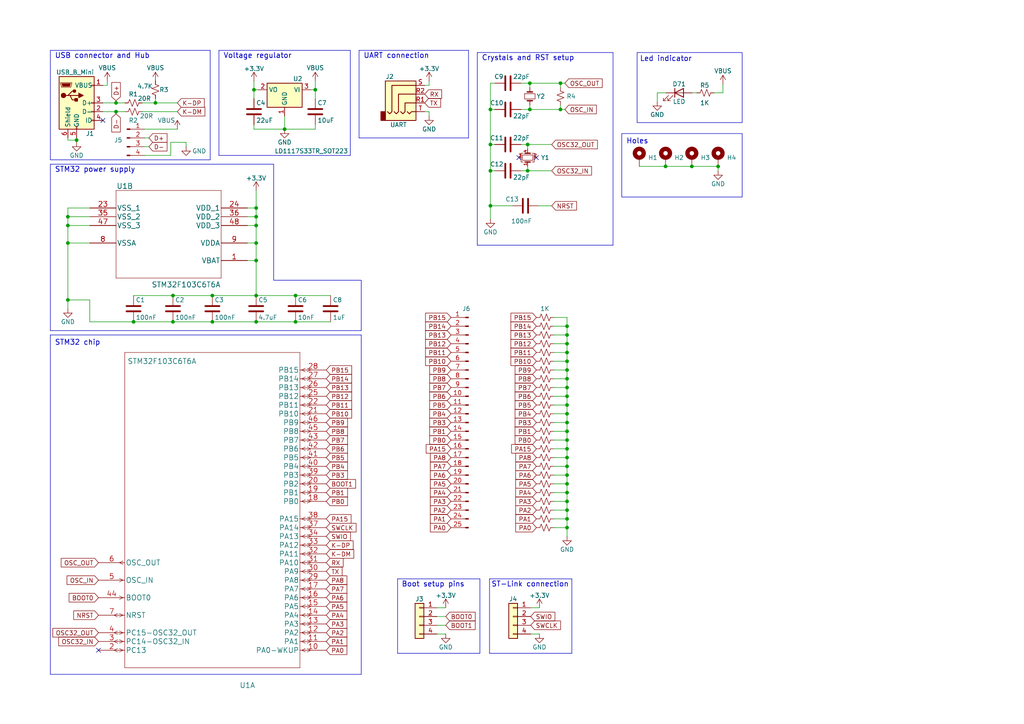
<source format=kicad_sch>
(kicad_sch (version 20230121) (generator eeschema)
  (paper "A4")
  (title_block (title "STM32 Keyboard Split") (date "2022-07-28") (rev "v1.0") (company "Guillermo"))
  (lib_symbols
    (symbol "Connector:AudioJack4"
      (property "Reference" "J" (at 0 8.89 0))
      (property "Value" "AudioJack4" (at 0 6.35 0))
      (symbol "AudioJack4_1_1"
        (pin passive line (at 5.08 -2.54 180) (length 2.54) (name "~") (number "R1"))
        (pin passive line (at 5.08 0 180) (length 2.54) (name "~") (number "R2"))
        (pin passive line (at 5.08 2.54 180) (length 2.54) (name "~") (number "S"))
        (pin passive line (at 5.08 -5.08 180) (length 2.54) (name "~") (number "T"))
      )
    )
    (symbol "Connector:Conn_01x04_Pin" (pin_names (offset 1.016) hide)
      (property "Reference" "J" (at 0 5.08 0))
      (property "Value" "Conn_01x04_Pin" (at 0 -7.62 0))
      (symbol "Conn_01x04_Pin_1_1"
        (pin passive line (at 5.08 2.54 180) (length 3.81) (name "Pin_1") (number "1"))
        (pin passive line (at 5.08 0 180) (length 3.81) (name "Pin_2") (number "2"))
        (pin passive line (at 5.08 -2.54 180) (length 3.81) (name "Pin_3") (number "3"))
        (pin passive line (at 5.08 -5.08 180) (length 3.81) (name "Pin_4") (number "4"))
      )
    )
    (symbol "Connector:Conn_01x25_Pin" (pin_names (offset 1.016) hide)
      (property "Reference" "J" (at 0 33.02 0))
      (property "Value" "Conn_01x25_Pin" (at 0 -33.02 0))
      (symbol "Conn_01x25_Pin_1_1"
        (pin passive line (at 5.08 30.48 180) (length 3.81) (name "Pin_1") (number "1"))
        (pin passive line (at 5.08 7.62 180) (length 3.81) (name "Pin_10") (number "10"))
        (pin passive line (at 5.08 5.08 180) (length 3.81) (name "Pin_11") (number "11"))
        (pin passive line (at 5.08 2.54 180) (length 3.81) (name "Pin_12") (number "12"))
        (pin passive line (at 5.08 0 180) (length 3.81) (name "Pin_13") (number "13"))
        (pin passive line (at 5.08 -2.54 180) (length 3.81) (name "Pin_14") (number "14"))
        (pin passive line (at 5.08 -5.08 180) (length 3.81) (name "Pin_15") (number "15"))
        (pin passive line (at 5.08 -7.62 180) (length 3.81) (name "Pin_16") (number "16"))
        (pin passive line (at 5.08 -10.16 180) (length 3.81) (name "Pin_17") (number "17"))
        (pin passive line (at 5.08 -12.7 180) (length 3.81) (name "Pin_18") (number "18"))
        (pin passive line (at 5.08 -15.24 180) (length 3.81) (name "Pin_19") (number "19"))
        (pin passive line (at 5.08 27.94 180) (length 3.81) (name "Pin_2") (number "2"))
        (pin passive line (at 5.08 -17.78 180) (length 3.81) (name "Pin_20") (number "20"))
        (pin passive line (at 5.08 -20.32 180) (length 3.81) (name "Pin_21") (number "21"))
        (pin passive line (at 5.08 -22.86 180) (length 3.81) (name "Pin_22") (number "22"))
        (pin passive line (at 5.08 -25.4 180) (length 3.81) (name "Pin_23") (number "23"))
        (pin passive line (at 5.08 -27.94 180) (length 3.81) (name "Pin_24") (number "24"))
        (pin passive line (at 5.08 -30.48 180) (length 3.81) (name "Pin_25") (number "25"))
        (pin passive line (at 5.08 25.4 180) (length 3.81) (name "Pin_3") (number "3"))
        (pin passive line (at 5.08 22.86 180) (length 3.81) (name "Pin_4") (number "4"))
        (pin passive line (at 5.08 20.32 180) (length 3.81) (name "Pin_5") (number "5"))
        (pin passive line (at 5.08 17.78 180) (length 3.81) (name "Pin_6") (number "6"))
        (pin passive line (at 5.08 15.24 180) (length 3.81) (name "Pin_7") (number "7"))
        (pin passive line (at 5.08 12.7 180) (length 3.81) (name "Pin_8") (number "8"))
        (pin passive line (at 5.08 10.16 180) (length 3.81) (name "Pin_9") (number "9"))
      )
    )
    (symbol "Connector_Generic:Conn_01x04" (pin_names (offset 1.016) hide)
      (property "Reference" "J" (at 0 5.08 0))
      (property "Value" "Conn_01x04" (at 0 -7.62 0))
      (symbol "Conn_01x04_1_1"
        (pin passive line (at -5.08 2.54 0) (length 3.81) (name "Pin_1") (number "1"))
        (pin passive line (at -5.08 0 0) (length 3.81) (name "Pin_2") (number "2"))
        (pin passive line (at -5.08 -2.54 0) (length 3.81) (name "Pin_3") (number "3"))
        (pin passive line (at -5.08 -5.08 0) (length 3.81) (name "Pin_4") (number "4"))
      )
    )
    (symbol "Device:C" (pin_numbers hide) (pin_names (offset 0.254))
      (property "Reference" "C" (at 0.635 2.54 0))
      (property "Value" "C" (at 0.635 -2.54 0))
      (symbol "C_1_1"
        (pin passive line (at 0 3.81 270) (length 2.794) (name "~") (number "1"))
        (pin passive line (at 0 -3.81 90) (length 2.794) (name "~") (number "2"))
      )
    )
    (symbol "Device:Crystal_GND23_Small" (pin_names (offset 1.016) hide)
      (property "Reference" "Y" (at 1.27 4.445 0))
      (property "Value" "Crystal_GND23_Small" (at 1.27 2.54 0))
      (symbol "Crystal_GND23_Small_1_1"
        (pin passive line (at -2.54 0 0) (length 1.27) (name "1") (number "1"))
        (pin passive line (at 0 -2.54 90) (length 0.635) (name "2") (number "2"))
        (pin passive line (at 0 2.54 270) (length 0.635) (name "3") (number "3"))
        (pin passive line (at 2.54 0 180) (length 1.27) (name "4") (number "4"))
      )
    )
    (symbol "Device:Crystal_Small" (pin_numbers hide) (pin_names (offset 1.016) hide)
      (property "Reference" "Y" (at 0 2.54 0))
      (property "Value" "Crystal_Small" (at 0 -2.54 0))
      (symbol "Crystal_Small_1_1"
        (pin passive line (at -2.54 0 0) (length 1.27) (name "1") (number "1"))
        (pin passive line (at 2.54 0 180) (length 1.27) (name "2") (number "2"))
      )
    )
    (symbol "Device:LED" (pin_numbers hide) (pin_names (offset 1.016) hide)
      (property "Reference" "D" (at 0 2.54 0))
      (property "Value" "LED" (at 0 -2.54 0))
      (symbol "LED_1_1"
        (pin passive line (at -3.81 0 0) (length 2.54) (name "K") (number "1"))
        (pin passive line (at 3.81 0 180) (length 2.54) (name "A") (number "2"))
      )
    )
    (symbol "Device:R_Small_US" (pin_numbers hide) (pin_names (offset 0.254) hide)
      (property "Reference" "R" (at 0.762 0.508 0))
      (property "Value" "R_Small_US" (at 0.762 -1.016 0))
      (symbol "R_Small_US_1_1"
        (pin passive line (at 0 2.54 270) (length 1.016) (name "~") (number "1"))
        (pin passive line (at 0 -2.54 90) (length 1.016) (name "~") (number "2"))
      )
    )
    (symbol "Mechanical:MountingHole_Pad" (pin_numbers hide) (pin_names (offset 1.016) hide)
      (property "Reference" "H" (at 0 6.35 0))
      (property "Value" "MountingHole_Pad" (at 0 4.445 0))
      (symbol "MountingHole_Pad_1_1"
        (pin input line (at 0 -2.54 90) (length 2.54) (name "1") (number "1"))
      )
    )
    (symbol "Regulator_Linear:LD1117S33TR_SOT223"
      (property "Reference" "U" (at -3.81 3.175 0))
      (property "Value" "LD1117S33TR_SOT223" (at 0 3.175 0))
      (symbol "LD1117S33TR_SOT223_1_1"
        (pin power_in line (at 0 -7.62 90) (length 2.54) (name "GND") (number "1"))
        (pin power_out line (at 7.62 0 180) (length 2.54) (name "VO") (number "2"))
        (pin power_in line (at -7.62 0 0) (length 2.54) (name "VI") (number "3"))
      )
    )
    (symbol "STM32F103C6T6A:STM32F103C6T6A" (pin_names (offset 0.254))
      (property "Reference" "U" (at 22.86 10.16 0))
      (property "Value" "STM32F103C6T6A" (at 22.86 7.62 0))
      (symbol "STM32F103C6T6A_1_1"
        (pin bidirectional line (at 0 0 0) (length 7.62) (name "PA0-WKUP") (number "10"))
        (pin bidirectional line (at 0 -2.54 0) (length 7.62) (name "PA1") (number "11"))
        (pin bidirectional line (at 0 -5.08 0) (length 7.62) (name "PA2") (number "12"))
        (pin bidirectional line (at 0 -7.62 0) (length 7.62) (name "PA3") (number "13"))
        (pin bidirectional line (at 0 -10.16 0) (length 7.62) (name "PA4") (number "14"))
        (pin bidirectional line (at 0 -12.7 0) (length 7.62) (name "PA5") (number "15"))
        (pin bidirectional line (at 0 -15.24 0) (length 7.62) (name "PA6") (number "16"))
        (pin bidirectional line (at 0 -17.78 0) (length 7.62) (name "PA7") (number "17"))
        (pin bidirectional line (at 0 -43.18 0) (length 7.62) (name "PB0") (number "18"))
        (pin bidirectional line (at 0 -45.72 0) (length 7.62) (name "PB1") (number "19"))
        (pin bidirectional line (at 66.04 0 180) (length 7.62) (name "PC13") (number "2"))
        (pin bidirectional line (at 0 -48.26 0) (length 7.62) (name "PB2") (number "20"))
        (pin bidirectional line (at 0 -68.58 0) (length 7.62) (name "PB10") (number "21"))
        (pin bidirectional line (at 0 -71.12 0) (length 7.62) (name "PB11") (number "22"))
        (pin bidirectional line (at 0 -73.66 0) (length 7.62) (name "PB12") (number "25"))
        (pin bidirectional line (at 0 -76.2 0) (length 7.62) (name "PB13") (number "26"))
        (pin bidirectional line (at 0 -78.74 0) (length 7.62) (name "PB14") (number "27"))
        (pin bidirectional line (at 0 -81.28 0) (length 7.62) (name "PB15") (number "28"))
        (pin bidirectional line (at 0 -20.32 0) (length 7.62) (name "PA8") (number "29"))
        (pin bidirectional line (at 66.04 -2.54 180) (length 7.62) (name "PC14-OSC32_IN") (number "3"))
        (pin bidirectional line (at 0 -22.86 0) (length 7.62) (name "PA9") (number "30"))
        (pin bidirectional line (at 0 -25.4 0) (length 7.62) (name "PA10") (number "31"))
        (pin bidirectional line (at 0 -27.94 0) (length 7.62) (name "PA11") (number "32"))
        (pin bidirectional line (at 0 -30.48 0) (length 7.62) (name "PA12") (number "33"))
        (pin bidirectional line (at 0 -33.02 0) (length 7.62) (name "PA13") (number "34"))
        (pin bidirectional line (at 0 -35.56 0) (length 7.62) (name "PA14") (number "37"))
        (pin bidirectional line (at 0 -38.1 0) (length 7.62) (name "PA15") (number "38"))
        (pin bidirectional line (at 0 -50.8 0) (length 7.62) (name "PB3") (number "39"))
        (pin bidirectional line (at 66.04 -5.08 180) (length 7.62) (name "PC15-OSC32_OUT") (number "4"))
        (pin bidirectional line (at 0 -53.34 0) (length 7.62) (name "PB4") (number "40"))
        (pin bidirectional line (at 0 -55.88 0) (length 7.62) (name "PB5") (number "41"))
        (pin bidirectional line (at 0 -58.42 0) (length 7.62) (name "PB6") (number "42"))
        (pin bidirectional line (at 0 -60.96 0) (length 7.62) (name "PB7") (number "43"))
        (pin input line (at 66.04 -15.24 180) (length 7.62) (name "BOOT0") (number "44"))
        (pin bidirectional line (at 0 -63.5 0) (length 7.62) (name "PB8") (number "45"))
        (pin bidirectional line (at 0 -66.04 0) (length 7.62) (name "PB9") (number "46"))
        (pin input line (at 66.04 -20.32 180) (length 7.62) (name "OSC_IN") (number "5"))
        (pin output line (at 66.04 -25.4 180) (length 7.62) (name "OSC_OUT") (number "6"))
        (pin bidirectional line (at 66.04 -10.16 180) (length 7.62) (name "NRST") (number "7"))
      )
      (symbol "STM32F103C6T6A_2_1"
        (pin power_in line (at 45.72 -15.24 180) (length 7.62) (name "VBAT") (number "1"))
        (pin power_in line (at 0 0 0) (length 7.62) (name "VSS_1") (number "23"))
        (pin power_in line (at 45.72 0 180) (length 7.62) (name "VDD_1") (number "24"))
        (pin power_in line (at 0 -2.54 0) (length 7.62) (name "VSS_2") (number "35"))
        (pin power_in line (at 45.72 -2.54 180) (length 7.62) (name "VDD_2") (number "36"))
        (pin power_in line (at 0 -5.08 0) (length 7.62) (name "VSS_3") (number "47"))
        (pin power_in line (at 45.72 -5.08 180) (length 7.62) (name "VDD_3") (number "48"))
        (pin power_in line (at 0 -10.16 0) (length 7.62) (name "VSSA") (number "8"))
        (pin power_in line (at 45.72 -10.16 180) (length 7.62) (name "VDDA") (number "9"))
      )
    )
    (symbol "power:+3.3V" (power) (pin_names (offset 0))
      (property "Value" "+3.3V" (at 0 3.556 0))
      (symbol "+3.3V_1_1"
        (pin power_in line (at 0 0 90) (length 0) hide (name "+3.3V") (number "1"))
      )
    )
    (symbol "power:GND" (power) (pin_names (offset 0))
      (property "Value" "GND" (at 0 -3.81 0))
      (symbol "GND_1_1"
        (pin power_in line (at 0 0 270) (length 0) hide (name "GND") (number "1"))
      )
    )
    (symbol "power:VBUS" (power) (pin_names (offset 0))
      (property "Value" "VBUS" (at 0 3.81 0))
      (symbol "VBUS_1_1"
        (pin power_in line (at 0 0 90) (length 0) hide (name "VBUS") (number "1"))
      )
    )
    (symbol "symbols:USB_B_Mini"
      (property "Reference" "J" (at -3.81 8.89 0))
      (property "Value" "USB_B_Mini" (at 6.35 -8.89 0))
      (symbol "USB_B_Mini_1_1"
        (pin power_out line (at 7.62 5.08 180) (length 2.54) (name "VBUS") (number "1"))
        (pin bidirectional line (at 7.62 -2.54 180) (length 2.54) (name "D-") (number "2"))
        (pin bidirectional line (at 7.62 0 180) (length 2.54) (name "D+") (number "3"))
        (pin passive line (at 7.62 -5.08 180) (length 2.54) (name "ID") (number "4"))
        (pin power_out line (at 0 -10.16 90) (length 2.54) (name "GND") (number "5"))
        (pin passive line (at -2.54 -10.16 90) (length 2.54) (name "Shield") (number "6"))
      )
    )
  )
  (junction (at 74.295 60.325))
  (junction (at 82.55 37.465))
  (junction (at 74.295 62.865))
  (junction (at 19.685 62.865))
  (junction (at 38.735 93.345))
  (junction (at 85.725 85.725))
  (junction (at 50.165 85.725))
  (junction (at 153.035 49.53))
  (junction (at 164.465 145.415))
  (junction (at 164.465 137.795))
  (junction (at 164.465 122.555))
  (junction (at 45.085 29.845))
  (junction (at 164.465 153.035))
  (junction (at 164.465 135.255))
  (junction (at 164.465 107.315))
  (junction (at 164.465 104.775))
  (junction (at 73.66 26.035))
  (junction (at 164.465 127.635))
  (junction (at 142.24 41.91))
  (junction (at 200.66 48.26))
  (junction (at 164.465 142.875))
  (junction (at 61.595 93.345))
  (junction (at 142.24 31.75))
  (junction (at 164.465 120.015))
  (junction (at 74.295 85.725))
  (junction (at 153.67 31.75))
  (junction (at 208.28 48.26))
  (junction (at 19.685 86.995))
  (junction (at 164.465 147.955))
  (junction (at 74.295 70.485))
  (junction (at 164.465 117.475))
  (junction (at 164.465 112.395))
  (junction (at 33.655 29.845))
  (junction (at 162.56 31.75))
  (junction (at 61.595 85.725))
  (junction (at 19.685 65.405))
  (junction (at 164.465 109.855))
  (junction (at 164.465 150.495))
  (junction (at 164.465 94.615))
  (junction (at 85.725 93.345))
  (junction (at 50.165 93.345))
  (junction (at 153.67 24.13))
  (junction (at 164.465 102.235))
  (junction (at 74.295 93.345))
  (junction (at 164.465 97.155))
  (junction (at 91.44 26.035))
  (junction (at 33.655 32.385))
  (junction (at 164.465 132.715))
  (junction (at 153.035 41.91))
  (junction (at 162.56 24.13))
  (junction (at 74.295 65.405))
  (junction (at 164.465 140.335))
  (junction (at 164.465 125.095))
  (junction (at 19.685 70.485))
  (junction (at 74.295 75.565))
  (junction (at 164.465 114.935))
  (junction (at 164.465 130.175))
  (junction (at 22.225 40.64))
  (junction (at 164.465 99.695))
  (junction (at 142.24 59.69))
  (junction (at 142.24 49.53))
  (junction (at 193.04 48.26))
  (no_connect (at 155.575 45.72))
  (no_connect (at 28.575 188.595))
  (no_connect (at 29.845 34.925))
  (no_connect (at 150.495 45.72))
  (polyline (pts (xy 165.862 167.894) (xy 141.986 167.894)))
  (wire (pts (xy 82.55 33.655) (xy 82.55 37.465)))
  (wire (pts (xy 164.465 135.255) (xy 164.465 137.795)))
  (wire (pts (xy 74.295 62.865) (xy 74.295 65.405)))
  (polyline (pts (xy 138.43 15.24) (xy 138.43 71.12)))
  (polyline (pts (xy 165.862 189.484) (xy 165.862 167.894)))
  (wire (pts (xy 73.66 36.195) (xy 73.66 37.465)))
  (wire (pts (xy 156.21 59.69) (xy 160.02 59.69)))
  (wire (pts (xy 126.746 178.816) (xy 129.286 178.816)))
  (wire (pts (xy 91.44 37.465) (xy 82.55 37.465)))
  (wire (pts (xy 124.46 32.385) (xy 124.46 33.655)))
  (wire (pts (xy 61.595 93.345) (xy 74.295 93.345)))
  (wire (pts (xy 160.655 112.395) (xy 164.465 112.395)))
  (polyline (pts (xy 14.605 47.625) (xy 79.375 47.625)))
  (wire (pts (xy 164.465 145.415) (xy 164.465 147.955)))
  (wire (pts (xy 151.13 31.75) (xy 153.67 31.75)))
  (wire (pts (xy 142.24 59.69) (xy 142.24 63.5)))
  (polyline (pts (xy 177.8 15.24) (xy 138.43 15.24)))
  (polyline (pts (xy 63.5 14.605) (xy 63.5 45.085)))
  (wire (pts (xy 153.67 30.48) (xy 153.67 31.75)))
  (wire (pts (xy 29.845 29.845) (xy 33.655 29.845)))
  (wire (pts (xy 162.56 30.48) (xy 162.56 31.75)))
  (wire (pts (xy 22.225 40.64) (xy 22.225 41.275)))
  (wire (pts (xy 74.295 93.345) (xy 85.725 93.345)))
  (wire (pts (xy 164.465 97.155) (xy 164.465 99.695)))
  (wire (pts (xy 73.66 37.465) (xy 82.55 37.465)))
  (wire (pts (xy 164.465 132.715) (xy 164.465 135.255)))
  (wire (pts (xy 164.465 102.235) (xy 164.465 104.775)))
  (wire (pts (xy 209.677 26.924) (xy 209.677 24.384)))
  (wire (pts (xy 160.655 99.695) (xy 164.465 99.695)))
  (wire (pts (xy 142.24 24.13) (xy 142.24 31.75)))
  (wire (pts (xy 160.655 135.255) (xy 164.465 135.255)))
  (wire (pts (xy 53.975 41.275) (xy 53.975 42.545)))
  (polyline (pts (xy 104.14 14.605) (xy 104.14 40.005)))
  (wire (pts (xy 164.465 127.635) (xy 164.465 130.175)))
  (wire (pts (xy 164.465 107.315) (xy 164.465 109.855)))
  (polyline (pts (xy 104.775 97.155) (xy 104.775 195.58)))
  (wire (pts (xy 41.91 37.465) (xy 51.435 37.465)))
  (wire (pts (xy 61.595 85.725) (xy 74.295 85.725)))
  (wire (pts (xy 160.655 125.095) (xy 164.465 125.095)))
  (polyline (pts (xy 14.605 14.605) (xy 14.605 46.355)))
  (wire (pts (xy 160.655 145.415) (xy 164.465 145.415)))
  (wire (pts (xy 74.295 60.325) (xy 74.295 62.865)))
  (wire (pts (xy 19.685 65.405) (xy 19.685 70.485)))
  (wire (pts (xy 74.295 85.725) (xy 85.725 85.725)))
  (wire (pts (xy 153.924 183.896) (xy 156.464 183.896)))
  (wire (pts (xy 164.465 150.495) (xy 164.465 153.035)))
  (wire (pts (xy 33.655 29.845) (xy 36.195 29.845)))
  (wire (pts (xy 126.746 181.356) (xy 129.286 181.356)))
  (wire (pts (xy 164.465 140.335) (xy 164.465 142.875)))
  (polyline (pts (xy 104.775 95.885) (xy 14.605 95.885)))
  (polyline (pts (xy 60.96 46.355) (xy 60.96 14.605)))
  (polyline (pts (xy 63.5 14.605) (xy 101.6 14.605)))
  (wire (pts (xy 208.28 48.26) (xy 200.66 48.26)))
  (wire (pts (xy 200.66 48.26) (xy 193.04 48.26)))
  (wire (pts (xy 33.655 32.385) (xy 36.195 32.385)))
  (wire (pts (xy 164.465 112.395) (xy 164.465 114.935)))
  (polyline (pts (xy 63.5 45.085) (xy 101.6 45.085)))
  (wire (pts (xy 190.627 29.464) (xy 190.627 26.924)))
  (wire (pts (xy 71.755 75.565) (xy 74.295 75.565)))
  (polyline (pts (xy 101.6 45.085) (xy 101.6 14.605)))
  (wire (pts (xy 71.755 70.485) (xy 74.295 70.485)))
  (wire (pts (xy 160.655 107.315) (xy 164.465 107.315)))
  (wire (pts (xy 160.655 142.875) (xy 164.465 142.875)))
  (wire (pts (xy 33.655 32.385) (xy 33.655 33.02)))
  (wire (pts (xy 142.24 49.53) (xy 142.24 59.69)))
  (wire (pts (xy 160.655 150.495) (xy 164.465 150.495)))
  (wire (pts (xy 71.755 65.405) (xy 74.295 65.405)))
  (wire (pts (xy 160.655 147.955) (xy 164.465 147.955)))
  (wire (pts (xy 33.655 29.21) (xy 33.655 29.845)))
  (wire (pts (xy 29.845 24.765) (xy 31.115 24.765)))
  (wire (pts (xy 164.465 109.855) (xy 164.465 112.395)))
  (polyline (pts (xy 141.986 189.484) (xy 165.862 189.484)))
  (wire (pts (xy 162.56 31.75) (xy 163.83 31.75)))
  (wire (pts (xy 38.735 85.725) (xy 50.165 85.725)))
  (wire (pts (xy 164.465 147.955) (xy 164.465 150.495)))
  (wire (pts (xy 91.44 23.495) (xy 91.44 26.035)))
  (wire (pts (xy 164.465 99.695) (xy 164.465 102.235)))
  (wire (pts (xy 160.655 109.855) (xy 164.465 109.855)))
  (wire (pts (xy 123.19 24.765) (xy 124.46 24.765)))
  (wire (pts (xy 164.465 117.475) (xy 164.465 120.015)))
  (wire (pts (xy 164.465 130.175) (xy 164.465 132.715)))
  (wire (pts (xy 153.035 41.91) (xy 153.035 43.18)))
  (wire (pts (xy 160.655 117.475) (xy 164.465 117.475)))
  (polyline (pts (xy 177.8 71.12) (xy 177.8 15.24)))
  (wire (pts (xy 19.685 60.325) (xy 19.685 62.865)))
  (wire (pts (xy 153.035 41.91) (xy 160.02 41.91)))
  (wire (pts (xy 45.085 28.575) (xy 45.085 29.845)))
  (polyline (pts (xy 104.14 40.005) (xy 135.89 40.005)))
  (wire (pts (xy 50.165 93.345) (xy 61.595 93.345)))
  (wire (pts (xy 160.655 153.035) (xy 164.465 153.035)))
  (wire (pts (xy 153.035 49.53) (xy 160.02 49.53)))
  (wire (pts (xy 26.035 60.325) (xy 19.685 60.325)))
  (wire (pts (xy 142.24 49.53) (xy 143.51 49.53)))
  (polyline (pts (xy 135.89 14.605) (xy 104.14 14.605)))
  (wire (pts (xy 142.24 41.91) (xy 142.24 49.53)))
  (wire (pts (xy 85.725 93.345) (xy 95.885 93.345)))
  (wire (pts (xy 41.275 32.385) (xy 51.435 32.385)))
  (wire (pts (xy 160.655 140.335) (xy 164.465 140.335)))
  (wire (pts (xy 164.465 94.615) (xy 164.465 97.155)))
  (wire (pts (xy 85.725 85.725) (xy 95.885 85.725)))
  (polyline (pts (xy 135.89 40.005) (xy 135.89 14.605)))
  (wire (pts (xy 164.465 142.875) (xy 164.465 145.415)))
  (wire (pts (xy 90.17 26.035) (xy 91.44 26.035)))
  (wire (pts (xy 45.085 29.845) (xy 51.435 29.845)))
  (wire (pts (xy 153.67 31.75) (xy 162.56 31.75)))
  (polyline (pts (xy 115.316 189.484) (xy 139.192 189.484)))
  (wire (pts (xy 38.735 93.345) (xy 50.165 93.345)))
  (wire (pts (xy 164.465 137.795) (xy 164.465 140.335)))
  (wire (pts (xy 160.655 120.015) (xy 164.465 120.015)))
  (wire (pts (xy 19.685 40.64) (xy 22.225 40.64)))
  (wire (pts (xy 126.746 176.276) (xy 129.286 176.276)))
  (wire (pts (xy 160.655 94.615) (xy 164.465 94.615)))
  (polyline (pts (xy 115.316 167.894) (xy 115.316 189.484)))
  (wire (pts (xy 73.66 26.035) (xy 73.66 28.575)))
  (wire (pts (xy 19.685 86.995) (xy 26.035 86.995)))
  (wire (pts (xy 22.225 40.005) (xy 22.225 40.64)))
  (polyline (pts (xy 139.192 167.894) (xy 115.316 167.894)))
  (wire (pts (xy 160.655 97.155) (xy 164.465 97.155)))
  (wire (pts (xy 162.56 24.13) (xy 163.83 24.13)))
  (wire (pts (xy 164.465 153.035) (xy 164.465 155.575)))
  (wire (pts (xy 142.24 41.91) (xy 143.51 41.91)))
  (polyline (pts (xy 14.605 97.155) (xy 104.775 97.155)))
  (wire (pts (xy 41.275 29.845) (xy 45.085 29.845)))
  (wire (pts (xy 31.115 24.765) (xy 31.115 23.495)))
  (wire (pts (xy 19.685 62.865) (xy 19.685 65.405)))
  (wire (pts (xy 74.295 60.325) (xy 74.295 55.245)))
  (wire (pts (xy 41.91 40.005) (xy 43.18 40.005)))
  (wire (pts (xy 49.53 41.275) (xy 53.975 41.275)))
  (wire (pts (xy 160.655 132.715) (xy 164.465 132.715)))
  (wire (pts (xy 41.91 45.085) (xy 49.53 45.085)))
  (wire (pts (xy 91.44 26.035) (xy 91.44 28.575)))
  (wire (pts (xy 49.53 45.085) (xy 49.53 41.275)))
  (polyline (pts (xy 139.192 189.484) (xy 139.192 167.894)))
  (wire (pts (xy 164.465 92.075) (xy 164.465 94.615)))
  (wire (pts (xy 143.51 24.13) (xy 142.24 24.13)))
  (wire (pts (xy 153.67 25.4) (xy 153.67 24.13)))
  (wire (pts (xy 164.465 120.015) (xy 164.465 122.555)))
  (wire (pts (xy 19.685 40.005) (xy 19.685 40.64)))
  (wire (pts (xy 193.04 48.26) (xy 185.42 48.26)))
  (wire (pts (xy 19.685 86.995) (xy 19.685 89.535)))
  (wire (pts (xy 208.28 49.53) (xy 208.28 48.26)))
  (wire (pts (xy 74.295 75.565) (xy 74.295 85.725)))
  (wire (pts (xy 71.755 62.865) (xy 74.295 62.865)))
  (wire (pts (xy 26.035 93.345) (xy 38.735 93.345)))
  (wire (pts (xy 160.655 137.795) (xy 164.465 137.795)))
  (wire (pts (xy 200.787 26.924) (xy 202.057 26.924)))
  (wire (pts (xy 91.44 36.195) (xy 91.44 37.465)))
  (wire (pts (xy 142.24 59.69) (xy 148.59 59.69)))
  (polyline (pts (xy 141.986 167.894) (xy 141.986 189.484)))
  (wire (pts (xy 164.465 104.775) (xy 164.465 107.315)))
  (polyline (pts (xy 60.96 14.605) (xy 14.605 14.605)))
  (wire (pts (xy 151.13 41.91) (xy 153.035 41.91)))
  (wire (pts (xy 160.655 130.175) (xy 164.465 130.175)))
  (wire (pts (xy 26.035 86.995) (xy 26.035 93.345)))
  (polyline (pts (xy 79.375 81.28) (xy 104.775 81.28)))
  (wire (pts (xy 73.66 26.035) (xy 74.93 26.035)))
  (wire (pts (xy 151.13 24.13) (xy 153.67 24.13)))
  (wire (pts (xy 74.295 70.485) (xy 74.295 75.565)))
  (wire (pts (xy 160.655 92.075) (xy 164.465 92.075)))
  (wire (pts (xy 126.746 183.896) (xy 129.286 183.896)))
  (wire (pts (xy 153.035 48.26) (xy 153.035 49.53)))
  (polyline (pts (xy 104.775 81.28) (xy 104.775 95.885)))
  (wire (pts (xy 162.56 24.13) (xy 162.56 25.4)))
  (wire (pts (xy 151.13 49.53) (xy 153.035 49.53)))
  (wire (pts (xy 41.91 42.545) (xy 43.18 42.545)))
  (wire (pts (xy 26.035 65.405) (xy 19.685 65.405)))
  (polyline (pts (xy 104.775 195.58) (xy 14.605 195.58)))
  (wire (pts (xy 153.67 24.13) (xy 162.56 24.13)))
  (wire (pts (xy 164.465 114.935) (xy 164.465 117.475)))
  (wire (pts (xy 19.685 70.485) (xy 19.685 86.995)))
  (wire (pts (xy 50.165 85.725) (xy 61.595 85.725)))
  (wire (pts (xy 207.137 26.924) (xy 209.677 26.924)))
  (wire (pts (xy 26.035 62.865) (xy 19.685 62.865)))
  (polyline (pts (xy 138.43 71.12) (xy 177.8 71.12)))
  (wire (pts (xy 123.19 32.385) (xy 124.46 32.385)))
  (wire (pts (xy 160.655 127.635) (xy 164.465 127.635)))
  (wire (pts (xy 164.465 122.555) (xy 164.465 125.095)))
  (wire (pts (xy 164.465 125.095) (xy 164.465 127.635)))
  (wire (pts (xy 160.655 104.775) (xy 164.465 104.775)))
  (wire (pts (xy 160.655 102.235) (xy 164.465 102.235)))
  (polyline (pts (xy 14.605 46.355) (xy 60.96 46.355)))
  (polyline (pts (xy 14.605 95.885) (xy 14.605 47.625)))
  (wire (pts (xy 142.24 31.75) (xy 143.51 31.75)))
  (wire (pts (xy 153.924 176.276) (xy 156.464 176.276)))
  (wire (pts (xy 26.035 70.485) (xy 19.685 70.485)))
  (polyline (pts (xy 79.375 47.625) (xy 79.375 81.28)))
  (wire (pts (xy 71.755 60.325) (xy 74.295 60.325)))
  (wire (pts (xy 74.295 65.405) (xy 74.295 70.485)))
  (wire (pts (xy 160.655 114.935) (xy 164.465 114.935)))
  (wire (pts (xy 29.845 32.385) (xy 33.655 32.385)))
  (wire (pts (xy 73.66 23.495) (xy 73.66 26.035)))
  (wire (pts (xy 190.627 26.924) (xy 193.167 26.924)))
  (polyline (pts (xy 14.605 195.58) (xy 14.605 97.155)))
  (wire (pts (xy 160.655 122.555) (xy 164.465 122.555)))
  (wire (pts (xy 142.24 31.75) (xy 142.24 41.91)))
  (wire (pts (xy 124.46 24.765) (xy 124.46 23.495)))
  (rectangle (start 184.785 15.24) (end 215.265 35.56))
  (rectangle (start 180.34 38.735) (end 215.265 57.15))
  (text "STM32 chip" (at 15.875 100.33 0) (effects (font (size 1.5 1.5) (thickness 0.2) bold) (justify left bottom)))
  (text "STM32 power supply" (at 15.875 50.165 0) (effects (font (size 1.5 1.5) (thickness 0.2) bold) (justify left bottom)))
  (text "ST-Link connection" (at 142.494 170.434 0) (effects (font (size 1.5 1.5) (thickness 0.2) bold) (justify left bottom)))
  (text "Holes" (at 181.61 41.91 0) (effects (font (size 1.5 1.5) (thickness 0.2) bold) (justify left bottom)))
  (text "Led indicator" (at 185.547 18.034 0) (effects (font (size 1.5 1.5) (thickness 0.2) bold) (justify left bottom)))
  (text "Boot setup pins\n" (at 116.459 170.434 0) (effects (font (size 1.5 1.5) (thickness 0.2) bold) (justify left bottom)))
  (text "Crystals and RST setup" (at 139.7 17.78 0) (effects (font (size 1.5 1.5) (thickness 0.2) bold) (justify left bottom)))
  (text "Voltage regulator" (at 64.77 17.145 0) (effects (font (size 1.5 1.5) (thickness 0.2) bold) (justify left bottom)))
  (text "UART connection" (at 105.41 17.145 0) (effects (font (size 1.5 1.5) (thickness 0.2) bold) (justify left bottom)))
  (text "USB connector and Hub" (at 15.875 17.145 0) (effects (font (size 1.5 1.5) (thickness 0.2) bold) (justify left bottom)))
  (global_label "PA0" (shape input) (at 130.81 153.035 180) (property "Intersheetrefs" "${INTERSHEET_REFS}" (effects hide)))
  (global_label "PA1" (shape input) (at 130.81 150.495 180) (property "Intersheetrefs" "${INTERSHEET_REFS}" (effects hide)))
  (global_label "PA2" (shape input) (at 130.81 147.955 180) (property "Intersheetrefs" "${INTERSHEET_REFS}" (effects hide)))
  (global_label "PA6" (shape input) (at 130.81 137.795 180) (property "Intersheetrefs" "${INTERSHEET_REFS}" (effects hide)))
  (global_label "PB14" (shape input) (at 94.615 109.855 0) (property "Intersheetrefs" "${INTERSHEET_REFS}" (effects hide)))
  (global_label "PB0" (shape input) (at 130.81 127.635 180) (property "Intersheetrefs" "${INTERSHEET_REFS}" (effects hide)))
  (global_label "D-" (shape input) (at 33.655 33.02 270) (property "Intersheetrefs" "${INTERSHEET_REFS}" (effects hide)))
  (global_label "PA3" (shape input) (at 130.81 145.415 180) (property "Intersheetrefs" "${INTERSHEET_REFS}" (effects hide)))
  (global_label "PB12" (shape input) (at 130.81 99.695 180) (property "Intersheetrefs" "${INTERSHEET_REFS}" (effects hide)))
  (global_label "PA5" (shape input) (at 155.575 140.335 180) (property "Intersheetrefs" "${INTERSHEET_REFS}" (effects hide)))
  (global_label "PA2" (shape input) (at 94.615 183.515 0) (property "Intersheetrefs" "${INTERSHEET_REFS}" (effects hide)))
  (global_label "PA8" (shape input) (at 155.575 132.715 180) (property "Intersheetrefs" "${INTERSHEET_REFS}" (effects hide)))
  (global_label "PB1" (shape input) (at 130.81 125.095 180) (property "Intersheetrefs" "${INTERSHEET_REFS}" (effects hide)))
  (global_label "PA6" (shape input) (at 155.575 137.795 180) (property "Intersheetrefs" "${INTERSHEET_REFS}" (effects hide)))
  (global_label "PA15" (shape input) (at 155.575 130.175 180) (property "Intersheetrefs" "${INTERSHEET_REFS}" (effects hide)))
  (global_label "PB10" (shape input) (at 130.81 104.775 180) (property "Intersheetrefs" "${INTERSHEET_REFS}" (effects hide)))
  (global_label "PB1" (shape input) (at 94.615 142.875 0) (property "Intersheetrefs" "${INTERSHEET_REFS}" (effects hide)))
  (global_label "PA8" (shape input) (at 130.81 132.715 180) (property "Intersheetrefs" "${INTERSHEET_REFS}" (effects hide)))
  (global_label "PB11" (shape input) (at 155.575 102.235 180) (property "Intersheetrefs" "${INTERSHEET_REFS}" (effects hide)))
  (global_label "PB8" (shape input) (at 155.575 109.855 180) (property "Intersheetrefs" "${INTERSHEET_REFS}" (effects hide)))
  (global_label "PB14" (shape input) (at 155.575 94.615 180) (property "Intersheetrefs" "${INTERSHEET_REFS}" (effects hide)))
  (global_label "PA0" (shape input) (at 155.575 153.035 180) (property "Intersheetrefs" "${INTERSHEET_REFS}" (effects hide)))
  (global_label "PB12" (shape input) (at 155.575 99.695 180) (property "Intersheetrefs" "${INTERSHEET_REFS}" (effects hide)))
  (global_label "OSC_OUT" (shape input) (at 163.83 24.13 0) (property "Intersheetrefs" "${INTERSHEET_REFS}" (effects hide)))
  (global_label "OSC_OUT" (shape input) (at 28.575 163.195 180) (property "Intersheetrefs" "${INTERSHEET_REFS}" (effects hide)))
  (global_label "PA4" (shape input) (at 155.575 142.875 180) (property "Intersheetrefs" "${INTERSHEET_REFS}" (effects hide)))
  (global_label "PB15" (shape input) (at 155.575 92.075 180) (property "Intersheetrefs" "${INTERSHEET_REFS}" (effects hide)))
  (global_label "TX" (shape input) (at 123.19 29.845 0) (property "Intersheetrefs" "${INTERSHEET_REFS}" (effects hide)))
  (global_label "PA6" (shape input) (at 94.615 173.355 0) (property "Intersheetrefs" "${INTERSHEET_REFS}" (effects hide)))
  (global_label "PB13" (shape input) (at 94.615 112.395 0) (property "Intersheetrefs" "${INTERSHEET_REFS}" (effects hide)))
  (global_label "PA4" (shape input) (at 94.615 178.435 0) (property "Intersheetrefs" "${INTERSHEET_REFS}" (effects hide)))
  (global_label "PA5" (shape input) (at 94.615 175.895 0) (property "Intersheetrefs" "${INTERSHEET_REFS}" (effects hide)))
  (global_label "PB7" (shape input) (at 94.615 127.635 0) (property "Intersheetrefs" "${INTERSHEET_REFS}" (effects hide)))
  (global_label "PB10" (shape input) (at 155.575 104.775 180) (property "Intersheetrefs" "${INTERSHEET_REFS}" (effects hide)))
  (global_label "PB15" (shape input) (at 130.81 92.075 180) (property "Intersheetrefs" "${INTERSHEET_REFS}" (effects hide)))
  (global_label "PA7" (shape input) (at 130.81 135.255 180) (property "Intersheetrefs" "${INTERSHEET_REFS}" (effects hide)))
  (global_label "OSC_IN" (shape input) (at 28.575 168.275 180) (property "Intersheetrefs" "${INTERSHEET_REFS}" (effects hide)))
  (global_label "SWIO" (shape input) (at 94.615 155.575 0) (property "Intersheetrefs" "${INTERSHEET_REFS}" (effects hide)))
  (global_label "PA3" (shape input) (at 94.615 180.975 0) (property "Intersheetrefs" "${INTERSHEET_REFS}" (effects hide)))
  (global_label "PB14" (shape input) (at 130.81 94.615 180) (property "Intersheetrefs" "${INTERSHEET_REFS}" (effects hide)))
  (global_label "PB5" (shape input) (at 130.81 117.475 180) (property "Intersheetrefs" "${INTERSHEET_REFS}" (effects hide)))
  (global_label "NRST" (shape input) (at 28.575 178.435 180) (property "Intersheetrefs" "${INTERSHEET_REFS}" (effects hide)))
  (global_label "D+" (shape input) (at 43.18 40.005 0) (property "Intersheetrefs" "${INTERSHEET_REFS}" (effects hide)))
  (global_label "PB5" (shape input) (at 155.575 117.475 180) (property "Intersheetrefs" "${INTERSHEET_REFS}" (effects hide)))
  (global_label "TX" (shape input) (at 94.615 165.735 0) (property "Intersheetrefs" "${INTERSHEET_REFS}" (effects hide)))
  (global_label "SWCLK" (shape input) (at 94.615 153.035 0) (property "Intersheetrefs" "${INTERSHEET_REFS}" (effects hide)))
  (global_label "PB4" (shape input) (at 94.615 135.255 0) (property "Intersheetrefs" "${INTERSHEET_REFS}" (effects hide)))
  (global_label "PA15" (shape input) (at 94.615 150.495 0) (property "Intersheetrefs" "${INTERSHEET_REFS}" (effects hide)))
  (global_label "PB6" (shape input) (at 130.81 114.935 180) (property "Intersheetrefs" "${INTERSHEET_REFS}" (effects hide)))
  (global_label "PB4" (shape input) (at 130.81 120.015 180) (property "Intersheetrefs" "${INTERSHEET_REFS}" (effects hide)))
  (global_label "D+" (shape input) (at 33.655 29.21 90) (property "Intersheetrefs" "${INTERSHEET_REFS}" (effects hide)))
  (global_label "D-" (shape input) (at 43.18 42.545 0) (property "Intersheetrefs" "${INTERSHEET_REFS}" (effects hide)))
  (global_label "PA4" (shape input) (at 130.81 142.875 180) (property "Intersheetrefs" "${INTERSHEET_REFS}" (effects hide)))
  (global_label "PB3" (shape input) (at 130.81 122.555 180) (property "Intersheetrefs" "${INTERSHEET_REFS}" (effects hide)))
  (global_label "PB13" (shape input) (at 155.575 97.155 180) (property "Intersheetrefs" "${INTERSHEET_REFS}" (effects hide)))
  (global_label "PB0" (shape input) (at 155.575 127.635 180) (property "Intersheetrefs" "${INTERSHEET_REFS}" (effects hide)))
  (global_label "PB8" (shape input) (at 94.615 125.095 0) (property "Intersheetrefs" "${INTERSHEET_REFS}" (effects hide)))
  (global_label "PB9" (shape input) (at 94.615 122.555 0) (property "Intersheetrefs" "${INTERSHEET_REFS}" (effects hide)))
  (global_label "PB0" (shape input) (at 94.615 145.415 0) (property "Intersheetrefs" "${INTERSHEET_REFS}" (effects hide)))
  (global_label "BOOT1" (shape input) (at 129.286 181.356 0) (property "Intersheetrefs" "${INTERSHEET_REFS}" (effects hide)))
  (global_label "PB10" (shape input) (at 94.615 120.015 0) (property "Intersheetrefs" "${INTERSHEET_REFS}" (effects hide)))
  (global_label "K-DP" (shape input) (at 51.435 29.845 0) (property "Intersheetrefs" "${INTERSHEET_REFS}" (effects hide)))
  (global_label "PB6" (shape input) (at 155.575 114.935 180) (property "Intersheetrefs" "${INTERSHEET_REFS}" (effects hide)))
  (global_label "BOOT0" (shape input) (at 28.575 173.355 180) (property "Intersheetrefs" "${INTERSHEET_REFS}" (effects hide)))
  (global_label "BOOT1" (shape input) (at 94.615 140.335 0) (property "Intersheetrefs" "${INTERSHEET_REFS}" (effects hide)))
  (global_label "PA1" (shape input) (at 94.615 186.055 0) (property "Intersheetrefs" "${INTERSHEET_REFS}" (effects hide)))
  (global_label "PA8" (shape input) (at 94.615 168.275 0) (property "Intersheetrefs" "${INTERSHEET_REFS}" (effects hide)))
  (global_label "PB9" (shape input) (at 130.81 107.315 180) (property "Intersheetrefs" "${INTERSHEET_REFS}" (effects hide)))
  (global_label "PA5" (shape input) (at 130.81 140.335 180) (property "Intersheetrefs" "${INTERSHEET_REFS}" (effects hide)))
  (global_label "PB11" (shape input) (at 94.615 117.475 0) (property "Intersheetrefs" "${INTERSHEET_REFS}" (effects hide)))
  (global_label "PB12" (shape input) (at 94.615 114.935 0) (property "Intersheetrefs" "${INTERSHEET_REFS}" (effects hide)))
  (global_label "PB6" (shape input) (at 94.615 130.175 0) (property "Intersheetrefs" "${INTERSHEET_REFS}" (effects hide)))
  (global_label "PA7" (shape input) (at 94.615 170.815 0) (property "Intersheetrefs" "${INTERSHEET_REFS}" (effects hide)))
  (global_label "SWCLK" (shape input) (at 153.924 181.356 0) (property "Intersheetrefs" "${INTERSHEET_REFS}" (effects hide)))
  (global_label "PB13" (shape input) (at 130.81 97.155 180) (property "Intersheetrefs" "${INTERSHEET_REFS}" (effects hide)))
  (global_label "K-DM" (shape input) (at 94.615 160.655 0) (property "Intersheetrefs" "${INTERSHEET_REFS}" (effects hide)))
  (global_label "PB11" (shape input) (at 130.81 102.235 180) (property "Intersheetrefs" "${INTERSHEET_REFS}" (effects hide)))
  (global_label "OSC32_OUT" (shape input) (at 160.02 41.91 0) (property "Intersheetrefs" "${INTERSHEET_REFS}" (effects hide)))
  (global_label "OSC_IN" (shape input) (at 163.83 31.75 0) (property "Intersheetrefs" "${INTERSHEET_REFS}" (effects hide)))
  (global_label "BOOT0" (shape input) (at 129.286 178.816 0) (property "Intersheetrefs" "${INTERSHEET_REFS}" (effects hide)))
  (global_label "K-DP" (shape input) (at 94.615 158.115 0) (property "Intersheetrefs" "${INTERSHEET_REFS}" (effects hide)))
  (global_label "PA3" (shape input) (at 155.575 145.415 180) (property "Intersheetrefs" "${INTERSHEET_REFS}" (effects hide)))
  (global_label "PB7" (shape input) (at 130.81 112.395 180) (property "Intersheetrefs" "${INTERSHEET_REFS}" (effects hide)))
  (global_label "PB4" (shape input) (at 155.575 120.015 180) (property "Intersheetrefs" "${INTERSHEET_REFS}" (effects hide)))
  (global_label "PA7" (shape input) (at 155.575 135.255 180) (property "Intersheetrefs" "${INTERSHEET_REFS}" (effects hide)))
  (global_label "PA15" (shape input) (at 130.81 130.175 180) (property "Intersheetrefs" "${INTERSHEET_REFS}" (effects hide)))
  (global_label "SWIO" (shape input) (at 153.924 178.816 0) (property "Intersheetrefs" "${INTERSHEET_REFS}" (effects hide)))
  (global_label "OSC32_IN" (shape input) (at 28.575 186.055 180) (property "Intersheetrefs" "${INTERSHEET_REFS}" (effects hide)))
  (global_label "OSC32_OUT" (shape input) (at 28.575 183.515 180) (property "Intersheetrefs" "${INTERSHEET_REFS}" (effects hide)))
  (global_label "RX" (shape input) (at 94.615 163.195 0) (property "Intersheetrefs" "${INTERSHEET_REFS}" (effects hide)))
  (global_label "PB3" (shape input) (at 94.615 137.795 0) (property "Intersheetrefs" "${INTERSHEET_REFS}" (effects hide)))
  (global_label "PA2" (shape input) (at 155.575 147.955 180) (property "Intersheetrefs" "${INTERSHEET_REFS}" (effects hide)))
  (global_label "PB8" (shape input) (at 130.81 109.855 180) (property "Intersheetrefs" "${INTERSHEET_REFS}" (effects hide)))
  (global_label "RX" (shape input) (at 123.19 27.305 0) (property "Intersheetrefs" "${INTERSHEET_REFS}" (effects hide)))
  (global_label "PB1" (shape input) (at 155.575 125.095 180) (property "Intersheetrefs" "${INTERSHEET_REFS}" (effects hide)))
  (global_label "PA0" (shape input) (at 94.615 188.595 0) (property "Intersheetrefs" "${INTERSHEET_REFS}" (effects hide)))
  (global_label "NRST" (shape input) (at 160.02 59.69 0) (property "Intersheetrefs" "${INTERSHEET_REFS}" (effects hide)))
  (global_label "PB7" (shape input) (at 155.575 112.395 180) (property "Intersheetrefs" "${INTERSHEET_REFS}" (effects hide)))
  (global_label "PB9" (shape input) (at 155.575 107.315 180) (property "Intersheetrefs" "${INTERSHEET_REFS}" (effects hide)))
  (global_label "K-DM" (shape input) (at 51.435 32.385 0) (property "Intersheetrefs" "${INTERSHEET_REFS}" (effects hide)))
  (global_label "PB15" (shape input) (at 94.615 107.315 0) (property "Intersheetrefs" "${INTERSHEET_REFS}" (effects hide)))
  (global_label "PA1" (shape input) (at 155.575 150.495 180) (property "Intersheetrefs" "${INTERSHEET_REFS}" (effects hide)))
  (global_label "OSC32_IN" (shape input) (at 160.02 49.53 0) (property "Intersheetrefs" "${INTERSHEET_REFS}" (effects hide)))
  (global_label "PB5" (shape input) (at 94.615 132.715 0) (property "Intersheetrefs" "${INTERSHEET_REFS}" (effects hide)))
  (global_label "PB3" (shape input) (at 155.575 122.555 180) (property "Intersheetrefs" "${INTERSHEET_REFS}" (effects hide)))
  (symbol (lib_id "Device:R_Small_US") (at 158.115 97.155 90) (unit 1)
    (property "Reference" "R8" (effects hide))
    (property "Value" "1K" (effects hide))
    (property "Footprint" "Resistor_SMD:R_0805_2012Metric" (effects hide))
  )
  (symbol (lib_id "Device:R_Small_US") (at 158.115 132.715 90) (unit 1)
    (property "Reference" "R22" (effects hide))
    (property "Value" "1K" (effects hide))
    (property "Footprint" "Resistor_SMD:R_0805_2012Metric" (effects hide))
  )
  (symbol (lib_id "Device:LED") (at 196.977 26.924 0) (unit 1)
    (property "Reference" "D71" (at 196.977 24.384 0))
    (property "Value" "LED" (at 196.977 29.464 0))
    (property "Footprint" "LED_SMD:LED_0805_2012Metric" (effects hide))
  )
  (symbol (lib_id "Device:R_Small_US") (at 158.115 92.075 90) (unit 1)
    (property "Reference" "R7" (effects hide))
    (property "Value" "1K" (at 159.385 89.535 90) (effects (justify left)))
    (property "Footprint" "Resistor_SMD:R_0805_2012Metric" (effects hide))
  )
  (symbol (lib_id "power:GND") (at 142.24 63.5 0) (unit 1)
    (property "Reference" "#PWR013" (effects hide))
    (property "Value" "GND" (at 142.24 67.31 0))
  )
  (symbol (lib_id "Device:R_Small_US") (at 45.085 26.035 180) (unit 1)
    (property "Reference" "R3" (at 48.895 26.035 0) (effects (justify left)))
    (property "Value" "4.7K" (at 44.323 25.019 0) (effects (justify left)))
    (property "Footprint" "Resistor_SMD:R_0805_2012Metric" (effects hide))
  )
  (symbol (lib_id "power:GND") (at 156.464 183.896 0) (unit 1)
    (property "Reference" "#PWR015" (effects hide))
    (property "Value" "GND" (at 156.464 187.706 0))
  )
  (symbol (lib_id "Device:C") (at 85.725 89.535 0) (unit 1)
    (property "Reference" "C6" (at 86.36 86.995 0) (effects (justify left)))
    (property "Value" "10nF" (at 86.36 92.075 0) (effects (justify left)))
    (property "Footprint" "Capacitor_SMD:C_0805_2012Metric" (effects hide))
  )
  (symbol (lib_id "Connector_Generic:Conn_01x04") (at 121.666 178.816 0) (mirror y) (unit 1)
    (property "Reference" "J3" (at 121.666 173.736 0))
    (property "Value" "Conn_01x04" (effects hide))
    (property "Footprint" "Connector_PinHeader_2.54mm:PinHeader_1x04_P2.54mm_Vertical" (effects hide))
  )
  (symbol (lib_id "power:VBUS") (at 209.677 24.384 0) (unit 1)
    (property "Reference" "#PWR017" (effects hide))
    (property "Value" "VBUS" (at 209.677 20.574 0))
  )
  (symbol (lib_id "power:GND") (at 53.975 42.545 0) (unit 1)
    (property "Reference" "#PWR020" (effects hide))
    (property "Value" "GND" (at 57.785 43.815 0))
  )
  (symbol (lib_id "STM32F103C6T6A:STM32F103C6T6A") (at 26.035 60.325 0) (unit 2)
    (property "Reference" "U1" (at 36.195 53.975 0) (effects (font (size 1.524 1.524))))
    (property "Value" "STM32F103C6T6A" (at 53.975 82.55 0) (effects (font (size 1.524 1.524))))
    (property "Footprint" "Package_QFP:LQFP-48_7x7mm_P0.5mm" (effects hide))
  )
  (symbol (lib_id "Device:R_Small_US") (at 158.115 102.235 90) (unit 1)
    (property "Reference" "R14" (effects hide))
    (property "Value" "1K" (effects hide))
    (property "Footprint" "Resistor_SMD:R_0805_2012Metric" (effects hide))
  )
  (symbol (lib_id "STM32F103C6T6A:STM32F103C6T6A") (at 94.615 188.595 180) (unit 1)
    (property "Reference" "U1" (at 71.755 198.755 0) (effects (font (size 1.524 1.524))))
    (property "Value" "STM32F103C6T6A" (at 46.99 104.775 0) (effects (font (size 1.524 1.524))))
    (property "Footprint" "Package_QFP:LQFP-48_7x7mm_P0.5mm" (effects hide))
  )
  (symbol (lib_id "Device:R_Small_US") (at 158.115 104.775 90) (unit 1)
    (property "Reference" "R15" (effects hide))
    (property "Value" "1K" (effects hide))
    (property "Footprint" "Resistor_SMD:R_0805_2012Metric" (effects hide))
  )
  (symbol (lib_id "Device:R_Small_US") (at 38.735 29.845 90) (unit 1)
    (property "Reference" "R1" (at 40.005 27.305 90) (effects (justify left)))
    (property "Value" "20R" (at 43.815 28.575 90) (effects (justify left)))
    (property "Footprint" "Resistor_SMD:R_0805_2012Metric" (effects hide))
  )
  (symbol (lib_id "Device:C") (at 147.32 41.91 90) (unit 1)
    (property "Reference" "C11" (at 146.05 40.005 90) (effects (justify left)))
    (property "Value" "22pF" (at 153.67 40.005 90) (effects (justify left)))
    (property "Footprint" "Capacitor_SMD:C_0805_2012Metric" (effects hide))
  )
  (symbol (lib_id "Connector:AudioJack4") (at 118.11 27.305 0) (unit 1)
    (property "Reference" "J2" (at 113.03 22.225 0))
    (property "Value" "UART" (at 115.57 36.195 0))
    (property "Footprint" "common:PJ320D" (effects hide))
  )
  (symbol (lib_id "Device:R_Small_US") (at 158.115 127.635 90) (unit 1)
    (property "Reference" "R20" (effects hide))
    (property "Value" "1K" (effects hide))
    (property "Footprint" "Resistor_SMD:R_0805_2012Metric" (effects hide))
  )
  (symbol (lib_id "Device:R_Small_US") (at 158.115 120.015 90) (unit 1)
    (property "Reference" "R12" (effects hide))
    (property "Value" "1K" (effects hide))
    (property "Footprint" "Resistor_SMD:R_0805_2012Metric" (effects hide))
  )
  (symbol (lib_id "power:VBUS") (at 45.085 23.495 0) (unit 1)
    (property "Reference" "#PWR04" (effects hide))
    (property "Value" "VBUS" (at 45.085 19.685 0))
  )
  (symbol (lib_id "Device:R_Small_US") (at 158.115 130.175 90) (unit 1)
    (property "Reference" "R21" (effects hide))
    (property "Value" "1K" (effects hide))
    (property "Footprint" "Resistor_SMD:R_0805_2012Metric" (effects hide))
  )
  (symbol (lib_id "power:VBUS") (at 91.44 23.495 0) (unit 1)
    (property "Reference" "#PWR08" (effects hide))
    (property "Value" "VBUS" (at 91.44 19.685 0))
  )
  (symbol (lib_id "Device:C") (at 50.165 89.535 0) (unit 1)
    (property "Reference" "C2" (at 50.8 86.995 0) (effects (justify left)))
    (property "Value" "100nF" (at 50.8 92.075 0) (effects (justify left)))
    (property "Footprint" "Capacitor_SMD:C_0805_2012Metric" (effects hide))
  )
  (symbol (lib_id "Device:R_Small_US") (at 158.115 125.095 90) (unit 1)
    (property "Reference" "R19" (effects hide))
    (property "Value" "1K" (effects hide))
    (property "Footprint" "Resistor_SMD:R_0805_2012Metric" (effects hide))
  )
  (symbol (lib_id "power:GND") (at 208.28 49.53 0) (unit 1)
    (property "Reference" "#PWR019" (effects hide))
    (property "Value" "GND" (at 208.28 53.34 0))
  )
  (symbol (lib_id "Device:R_Small_US") (at 158.115 140.335 90) (unit 1)
    (property "Reference" "R25" (effects hide))
    (property "Value" "1K" (effects hide))
    (property "Footprint" "Resistor_SMD:R_0805_2012Metric" (effects hide))
  )
  (symbol (lib_id "Device:C") (at 152.4 59.69 90) (unit 1)
    (property "Reference" "C13" (at 150.495 57.785 90) (effects (justify left)))
    (property "Value" "100nF" (at 154.305 64.135 90) (effects (justify left)))
    (property "Footprint" "Capacitor_SMD:C_0805_2012Metric" (effects hide))
  )
  (symbol (lib_id "Device:R_Small_US") (at 158.115 117.475 90) (unit 1)
    (property "Reference" "R11" (effects hide))
    (property "Value" "1K" (effects hide))
    (property "Footprint" "Resistor_SMD:R_0805_2012Metric" (effects hide))
  )
  (symbol (lib_id "Device:C") (at 95.885 89.535 0) (unit 1)
    (property "Reference" "C8" (at 96.52 86.995 0) (effects (justify left)))
    (property "Value" "1uF" (at 96.52 92.075 0) (effects (justify left)))
    (property "Footprint" "Capacitor_SMD:C_0805_2012Metric" (effects hide))
  )
  (symbol (lib_id "power:VBUS") (at 51.435 37.465 0) (unit 1)
    (property "Reference" "#PWR021" (effects hide))
    (property "Value" "VBUS" (at 48.26 34.925 0))
  )
  (symbol (lib_id "Mechanical:MountingHole_Pad") (at 185.42 45.72 0) (unit 1)
    (property "Reference" "H1" (at 187.96 45.72 0) (effects (justify left)))
    (property "Value" "MountingHole" (effects hide))
    (property "Footprint" "MountingHole:MountingHole_3.2mm_M3_DIN965_Pad" (effects hide))
  )
  (symbol (lib_id "Device:R_Small_US") (at 158.115 135.255 90) (unit 1)
    (property "Reference" "R23" (effects hide))
    (property "Value" "1K" (effects hide))
    (property "Footprint" "Resistor_SMD:R_0805_2012Metric" (effects hide))
  )
  (symbol (lib_id "power:GND") (at 22.225 41.275 0) (unit 1)
    (property "Reference" "#PWR02" (effects hide))
    (property "Value" "GND" (at 22.225 45.085 0))
  )
  (symbol (lib_id "power:+3.3V") (at 124.46 23.495 0) (unit 1)
    (property "Reference" "#PWR09" (effects hide))
    (property "Value" "+3.3V" (at 124.46 19.939 0))
  )
  (symbol (lib_id "Device:C") (at 74.295 89.535 0) (unit 1)
    (property "Reference" "C5" (at 74.93 86.995 0) (effects (justify left)))
    (property "Value" "4.7uF" (at 74.93 92.075 0) (effects (justify left)))
    (property "Footprint" "Capacitor_SMD:C_0805_2012Metric" (effects hide))
  )
  (symbol (lib_id "Mechanical:MountingHole_Pad") (at 200.66 45.72 0) (unit 1)
    (property "Reference" "H3" (at 203.2 45.72 0) (effects (justify left)))
    (property "Value" "MountingHole" (effects hide))
    (property "Footprint" "MountingHole:MountingHole_3.2mm_M3_DIN965_Pad" (effects hide))
  )
  (symbol (lib_id "Device:R_Small_US") (at 158.115 107.315 90) (unit 1)
    (property "Reference" "R16" (effects hide))
    (property "Value" "1K" (effects hide))
    (property "Footprint" "Resistor_SMD:R_0805_2012Metric" (effects hide))
  )
  (symbol (lib_id "power:GND") (at 19.685 89.535 0) (unit 1)
    (property "Reference" "#PWR01" (effects hide))
    (property "Value" "GND" (at 19.685 93.345 0))
  )
  (symbol (lib_id "Device:R_Small_US") (at 158.115 94.615 90) (unit 1)
    (property "Reference" "R6" (effects hide))
    (property "Value" "1K" (effects hide))
    (property "Footprint" "Resistor_SMD:R_0805_2012Metric" (effects hide))
  )
  (symbol (lib_id "power:GND") (at 129.286 183.896 0) (unit 1)
    (property "Reference" "#PWR012" (effects hide))
    (property "Value" "GND" (at 129.286 187.706 0))
  )
  (symbol (lib_id "power:GND") (at 190.627 29.464 0) (unit 1)
    (property "Reference" "#PWR016" (effects hide))
    (property "Value" "GND" (at 190.627 33.274 0))
  )
  (symbol (lib_id "power:GND") (at 124.46 33.655 0) (unit 1)
    (property "Reference" "#PWR010" (effects hide))
    (property "Value" "GND" (at 124.46 37.465 0))
  )
  (symbol (lib_id "Connector_Generic:Conn_01x04") (at 148.844 178.816 0) (mirror y) (unit 1)
    (property "Reference" "J4" (at 148.844 173.736 0))
    (property "Value" "Conn_01x04" (effects hide))
    (property "Footprint" "Connector_PinHeader_2.54mm:PinHeader_1x04_P2.54mm_Vertical" (effects hide))
  )
  (symbol (lib_id "power:+3.3V") (at 156.464 176.276 0) (unit 1)
    (property "Reference" "#PWR014" (effects hide))
    (property "Value" "+3.3V" (at 156.464 172.72 0))
  )
  (symbol (lib_id "Device:C") (at 38.735 89.535 0) (unit 1)
    (property "Reference" "C1" (at 39.37 86.995 0) (effects (justify left)))
    (property "Value" "100nF" (at 39.37 92.075 0) (effects (justify left)))
    (property "Footprint" "Capacitor_SMD:C_0805_2012Metric" (effects hide))
  )
  (symbol (lib_id "Device:Crystal_GND23_Small") (at 153.035 45.72 90) (unit 1)
    (property "Reference" "Y1" (at 159.385 45.72 90) (effects (justify left)))
    (property "Value" "Crystal_GND23_Small" (effects hide))
    (property "Footprint" "Crystal:Crystal_SMD_SeikoEpson_MC306-4Pin_8.0x3.2mm" (effects hide))
  )
  (symbol (lib_id "Device:C") (at 147.32 49.53 90) (unit 1)
    (property "Reference" "C12" (at 146.05 47.625 90) (effects (justify left)))
    (property "Value" "22pF" (at 153.67 51.435 90) (effects (justify left)))
    (property "Footprint" "Capacitor_SMD:C_0805_2012Metric" (effects hide))
  )
  (symbol (lib_id "Mechanical:MountingHole_Pad") (at 208.28 45.72 0) (unit 1)
    (property "Reference" "H4" (at 210.82 45.7199 0) (effects (justify left)))
    (property "Value" "MountingHole" (effects hide))
    (property "Footprint" "MountingHole:MountingHole_3.2mm_M3_DIN965_Pad" (effects hide))
  )
  (symbol (lib_id "power:GND") (at 164.465 155.575 0) (unit 1)
    (property "Reference" "#PWR018" (effects hide))
    (property "Value" "GND" (at 164.465 159.385 0))
  )
  (symbol (lib_id "Device:Crystal_Small") (at 153.67 27.94 90) (unit 1)
    (property "Reference" "Y2" (at 156.845 27.94 90))
    (property "Value" "Crystal_Small" (effects hide))
    (property "Footprint" "Crystal:Crystal_SMD_Abracon_ABM3-2Pin_5.0x3.2mm" (effects hide))
  )
  (symbol (lib_id "Device:R_Small_US") (at 158.115 99.695 90) (unit 1)
    (property "Reference" "R13" (effects hide))
    (property "Value" "1K" (effects hide))
    (property "Footprint" "Resistor_SMD:R_0805_2012Metric" (effects hide))
  )
  (symbol (lib_id "Device:C") (at 61.595 89.535 0) (unit 1)
    (property "Reference" "C3" (at 62.23 86.995 0) (effects (justify left)))
    (property "Value" "100nF" (at 62.23 92.075 0) (effects (justify left)))
    (property "Footprint" "Capacitor_SMD:C_0805_2012Metric" (effects hide))
  )
  (symbol (lib_id "Device:R_Small_US") (at 158.115 114.935 90) (unit 1)
    (property "Reference" "R10" (effects hide))
    (property "Value" "1K" (effects hide))
    (property "Footprint" "Resistor_SMD:R_0805_2012Metric" (effects hide))
  )
  (symbol (lib_id "Device:R_Small_US") (at 158.115 147.955 90) (unit 1)
    (property "Reference" "R28" (effects hide))
    (property "Value" "1K" (effects hide))
    (property "Footprint" "Resistor_SMD:R_0805_2012Metric" (effects hide))
  )
  (symbol (lib_id "Device:R_Small_US") (at 158.115 137.795 90) (unit 1)
    (property "Reference" "R24" (effects hide))
    (property "Value" "1K" (effects hide))
    (property "Footprint" "Resistor_SMD:R_0805_2012Metric" (effects hide))
  )
  (symbol (lib_id "power:+3.3V") (at 73.66 23.495 0) (unit 1)
    (property "Reference" "#PWR05" (effects hide))
    (property "Value" "+3.3V" (at 73.66 19.939 0))
  )
  (symbol (lib_id "symbols:USB_B_Mini") (at 22.225 29.845 0) (unit 1)
    (property "Reference" "J1" (at 27.305 38.735 0) (effects (justify right)))
    (property "Value" "USB_B_Mini" (at 27.305 20.955 0) (effects (justify right)))
    (property "Footprint" "common:USB_Micro-B_A01SB141B1-245" (effects hide))
  )
  (symbol (lib_id "Device:C") (at 91.44 32.385 0) (unit 1)
    (property "Reference" "C7" (at 92.075 29.845 0) (effects (justify left)))
    (property "Value" "10uF" (at 92.075 34.925 0) (effects (justify left)))
    (property "Footprint" "Capacitor_SMD:C_1206_3216Metric" (effects hide))
  )
  (symbol (lib_id "Regulator_Linear:LD1117S33TR_SOT223") (at 82.55 26.035 0) (mirror y) (unit 1)
    (property "Reference" "U2" (at 86.36 22.86 0))
    (property "Value" "LD1117S33TR_SOT223" (at 100.965 43.815 0) (effects (justify left)))
    (property "Footprint" "Package_TO_SOT_SMD:SOT-223-3_TabPin2" (effects hide))
    (property "Datasheet" "http://www.st.com/st-web-ui/static/active/en/resource/technical/document/datasheet/CD00000544.pdf" (effects hide))
  )
  (symbol (lib_id "Device:R_Small_US") (at 158.115 142.875 90) (unit 1)
    (property "Reference" "R26" (effects hide))
    (property "Value" "1K" (effects hide))
    (property "Footprint" "Resistor_SMD:R_0805_2012Metric" (effects hide))
  )
  (symbol (lib_id "power:+3.3V") (at 74.295 55.245 0) (unit 1)
    (property "Reference" "#PWR06" (effects hide))
    (property "Value" "+3.3V" (at 74.295 51.689 0))
  )
  (symbol (lib_id "power:VBUS") (at 31.115 23.495 0) (unit 1)
    (property "Reference" "#PWR03" (effects hide))
    (property "Value" "VBUS" (at 31.115 19.685 0))
  )
  (symbol (lib_id "Device:R_Small_US") (at 158.115 112.395 90) (unit 1)
    (property "Reference" "R9" (effects hide))
    (property "Value" "1K" (effects hide))
    (property "Footprint" "Resistor_SMD:R_0805_2012Metric" (effects hide))
  )
  (symbol (lib_id "Device:C") (at 73.66 32.385 0) (unit 1)
    (property "Reference" "C4" (at 74.295 29.845 0) (effects (justify left)))
    (property "Value" "22uF" (at 74.295 34.925 0) (effects (justify left)))
    (property "Footprint" "Capacitor_SMD:C_1206_3216Metric" (effects hide))
  )
  (symbol (lib_id "Connector:Conn_01x04_Pin") (at 36.83 40.005 0) (unit 1)
    (property "Reference" "J5" (at 34.29 40.64 0))
    (property "Value" "Conn_01x04_Pin" (effects hide))
    (property "Footprint" "Connector_PinSocket_1.27mm:PinSocket_1x04_P1.27mm_Vertical" (effects hide))
  )
  (symbol (lib_id "Device:C") (at 147.32 31.75 90) (unit 1)
    (property "Reference" "C10" (at 146.05 29.845 90) (effects (justify left)))
    (property "Value" "22pF" (at 153.67 33.655 90) (effects (justify left)))
    (property "Footprint" "Capacitor_SMD:C_0805_2012Metric" (effects hide))
  )
  (symbol (lib_id "Device:R_Small_US") (at 38.735 32.385 90) (unit 1)
    (property "Reference" "R2" (at 40.005 34.925 90) (effects (justify left)))
    (property "Value" "20R" (at 44.45 33.655 90) (effects (justify left)))
    (property "Footprint" "Resistor_SMD:R_0805_2012Metric" (effects hide))
  )
  (symbol (lib_id "Device:R_Small_US") (at 204.597 26.924 90) (unit 1)
    (property "Reference" "R5" (at 205.74 24.765 90) (effects (justify left)))
    (property "Value" "1K" (at 205.74 29.845 90) (effects (justify left)))
    (property "Footprint" "Resistor_SMD:R_0805_2012Metric" (effects hide))
  )
  (symbol (lib_id "power:+3.3V") (at 129.286 176.276 0) (unit 1)
    (property "Reference" "#PWR011" (effects hide))
    (property "Value" "+3.3V" (at 129.286 172.72 0))
  )
  (symbol (lib_id "Device:R_Small_US") (at 158.115 150.495 90) (unit 1)
    (property "Reference" "R29" (effects hide))
    (property "Value" "1K" (effects hide))
    (property "Footprint" "Resistor_SMD:R_0805_2012Metric" (effects hide))
  )
  (symbol (lib_id "power:GND") (at 82.55 37.465 0) (unit 1)
    (property "Reference" "#PWR07" (effects hide))
    (property "Value" "GND" (at 82.55 41.275 0))
  )
  (symbol (lib_id "Device:R_Small_US") (at 158.115 153.035 90) (unit 1)
    (property "Reference" "R30" (effects hide))
    (property "Value" "1K" (effects hide))
    (property "Footprint" "Resistor_SMD:R_0805_2012Metric" (effects hide))
  )
  (symbol (lib_id "Device:R_Small_US") (at 158.115 109.855 90) (unit 1)
    (property "Reference" "R17" (effects hide))
    (property "Value" "1K" (effects hide))
    (property "Footprint" "Resistor_SMD:R_0805_2012Metric" (effects hide))
  )
  (symbol (lib_id "Device:C") (at 147.32 24.13 90) (unit 1)
    (property "Reference" "C9" (at 146.05 22.225 90) (effects (justify left)))
    (property "Value" "22pF" (at 153.67 22.225 90) (effects (justify left)))
    (property "Footprint" "Capacitor_SMD:C_0805_2012Metric" (effects hide))
  )
  (symbol (lib_id "Device:R_Small_US") (at 158.115 145.415 90) (unit 1)
    (property "Reference" "R27" (effects hide))
    (property "Value" "1K" (effects hide))
    (property "Footprint" "Resistor_SMD:R_0805_2012Metric" (effects hide))
  )
  (symbol (lib_id "Device:R_Small_US") (at 162.56 27.94 180) (unit 1)
    (property "Reference" "R4" (at 167.005 27.94 0) (effects (justify left)))
    (property "Value" "R_Small_US" (effects hide))
    (property "Footprint" "Resistor_SMD:R_0805_2012Metric" (effects hide))
  )
  (symbol (lib_id "Mechanical:MountingHole_Pad") (at 193.04 45.72 0) (unit 1)
    (property "Reference" "H2" (at 195.58 45.7199 0) (effects (justify left)))
    (property "Value" "MountingHole" (effects hide))
    (property "Footprint" "MountingHole:MountingHole_3.2mm_M3_DIN965_Pad" (effects hide))
  )
  (symbol (lib_id "Connector:Conn_01x25_Pin") (at 135.89 122.555 0) (mirror y) (unit 1)
    (property "Reference" "J6" (at 135.255 89.535 0))
    (property "Value" "Conn_01x25_Pin" (effects hide))
    (property "Footprint" "Connector_PinHeader_2.54mm:PinHeader_1x25_P2.54mm_Vertical" (effects hide))
  )
  (symbol (lib_id "Device:R_Small_US") (at 158.115 122.555 90) (unit 1)
    (property "Reference" "R18" (effects hide))
    (property "Value" "1K" (effects hide))
    (property "Footprint" "Resistor_SMD:R_0805_2012Metric" (effects hide))
  )
)
</source>
